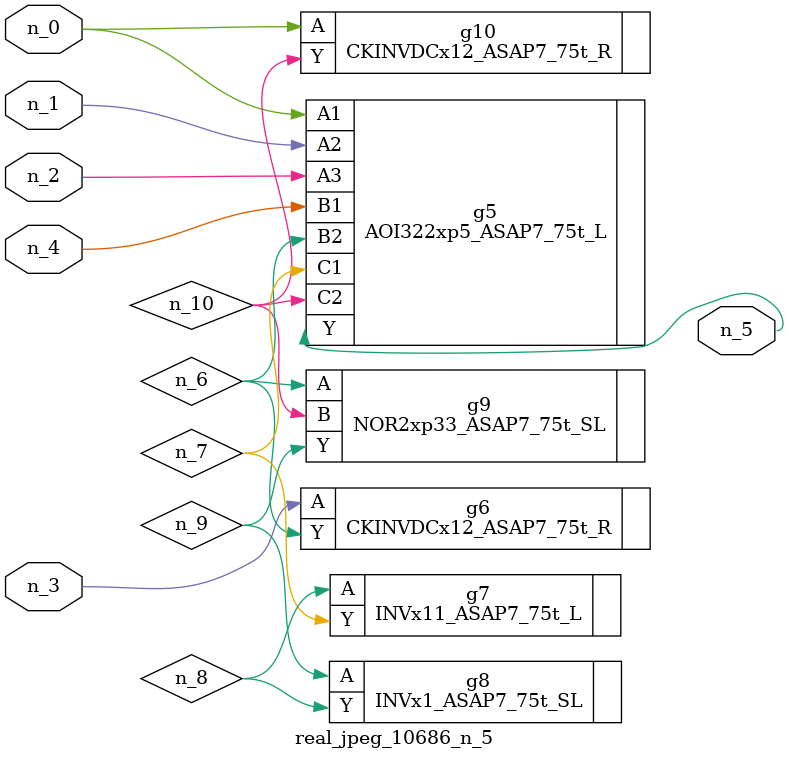
<source format=v>
module real_jpeg_10686_n_5 (n_4, n_0, n_1, n_2, n_3, n_5);

input n_4;
input n_0;
input n_1;
input n_2;
input n_3;

output n_5;

wire n_8;
wire n_6;
wire n_7;
wire n_10;
wire n_9;

AOI322xp5_ASAP7_75t_L g5 ( 
.A1(n_0),
.A2(n_1),
.A3(n_2),
.B1(n_4),
.B2(n_6),
.C1(n_7),
.C2(n_10),
.Y(n_5)
);

CKINVDCx12_ASAP7_75t_R g10 ( 
.A(n_0),
.Y(n_10)
);

CKINVDCx12_ASAP7_75t_R g6 ( 
.A(n_3),
.Y(n_6)
);

NOR2xp33_ASAP7_75t_SL g9 ( 
.A(n_6),
.B(n_10),
.Y(n_9)
);

INVx11_ASAP7_75t_L g7 ( 
.A(n_8),
.Y(n_7)
);

INVx1_ASAP7_75t_SL g8 ( 
.A(n_9),
.Y(n_8)
);


endmodule
</source>
